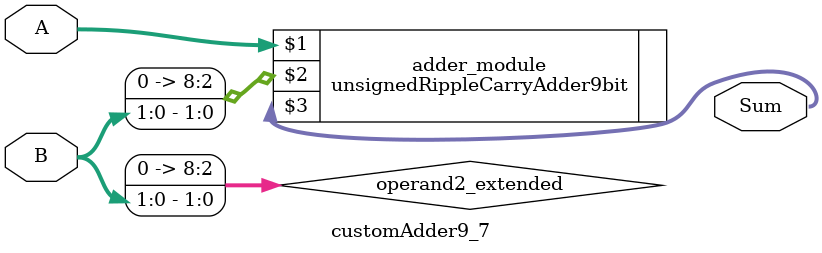
<source format=v>

module customAdder9_7(
                    input [8 : 0] A,
                    input [1 : 0] B,
                    
                    output [9 : 0] Sum
            );

    wire [8 : 0] operand2_extended;
    
    assign operand2_extended =  {7'b0, B};
    
    unsignedRippleCarryAdder9bit adder_module(
        A,
        operand2_extended,
        Sum
    );
    
endmodule
        
</source>
